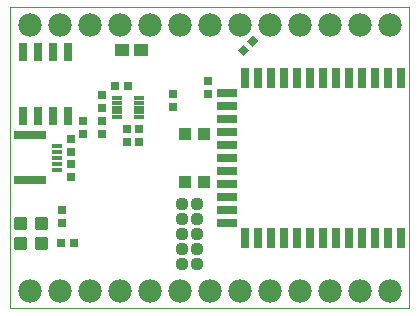
<source format=gts>
G75*
%MOIN*%
%OFA0B0*%
%FSLAX25Y25*%
%IPPOS*%
%LPD*%
%AMOC8*
5,1,8,0,0,1.08239X$1,22.5*
%
%ADD10C,0.00000*%
%ADD11C,0.04400*%
%ADD12C,0.01561*%
%ADD13R,0.02762X0.02762*%
%ADD14C,0.07800*%
%ADD15R,0.04337X0.03943*%
%ADD16R,0.04534X0.03943*%
%ADD17R,0.03550X0.01581*%
%ADD18R,0.10636X0.02762*%
%ADD19R,0.03156X0.06699*%
%ADD20R,0.06699X0.03156*%
%ADD21R,0.02762X0.02762*%
%ADD22R,0.03746X0.01187*%
%ADD23R,0.02959X0.06404*%
D10*
X0080331Y0048835D02*
X0080331Y0149228D01*
X0213402Y0149228D01*
X0213402Y0048835D01*
X0080331Y0048835D01*
D11*
X0137673Y0063638D03*
X0142673Y0063638D03*
X0142673Y0068638D03*
X0137673Y0068638D03*
X0137673Y0073638D03*
X0142673Y0073638D03*
X0142673Y0078638D03*
X0137673Y0078638D03*
X0137673Y0083638D03*
X0142673Y0083638D03*
D12*
X0089218Y0078603D02*
X0089218Y0075827D01*
X0089218Y0078603D02*
X0091994Y0078603D01*
X0091994Y0075827D01*
X0089218Y0075827D01*
X0089218Y0077310D02*
X0091994Y0077310D01*
X0089184Y0072073D02*
X0089184Y0069297D01*
X0089184Y0072073D02*
X0091960Y0072073D01*
X0091960Y0069297D01*
X0089184Y0069297D01*
X0089184Y0070780D02*
X0091960Y0070780D01*
X0082278Y0072073D02*
X0082278Y0069297D01*
X0082278Y0072073D02*
X0085054Y0072073D01*
X0085054Y0069297D01*
X0082278Y0069297D01*
X0082278Y0070780D02*
X0085054Y0070780D01*
X0082312Y0075827D02*
X0082312Y0078603D01*
X0085088Y0078603D01*
X0085088Y0075827D01*
X0082312Y0075827D01*
X0082312Y0077310D02*
X0085088Y0077310D01*
D13*
X0097654Y0077181D03*
X0097654Y0081512D03*
X0097260Y0070685D03*
X0101591Y0070685D03*
X0100803Y0092732D03*
X0100803Y0097063D03*
X0100803Y0101000D03*
X0100803Y0105331D03*
X0104740Y0106906D03*
X0104740Y0111236D03*
X0111039Y0111236D03*
X0111039Y0106906D03*
X0119307Y0108677D03*
X0123244Y0108677D03*
X0123244Y0104346D03*
X0119307Y0104346D03*
X0111039Y0115764D03*
X0111039Y0120094D03*
X0115173Y0122850D03*
X0119504Y0122850D03*
X0134661Y0120291D03*
X0134661Y0115961D03*
X0146472Y0120488D03*
X0146472Y0124819D03*
D14*
X0146866Y0143323D03*
X0136866Y0143323D03*
X0126866Y0143323D03*
X0116866Y0143323D03*
X0106866Y0143323D03*
X0096866Y0143323D03*
X0086866Y0143323D03*
X0156866Y0143323D03*
X0166866Y0143323D03*
X0176866Y0143323D03*
X0186866Y0143323D03*
X0196866Y0143323D03*
X0206866Y0143323D03*
X0206866Y0054740D03*
X0196866Y0054740D03*
X0186866Y0054740D03*
X0176866Y0054740D03*
X0166866Y0054740D03*
X0156866Y0054740D03*
X0146866Y0054740D03*
X0136866Y0054740D03*
X0126866Y0054740D03*
X0116866Y0054740D03*
X0106866Y0054740D03*
X0096866Y0054740D03*
X0086866Y0054740D03*
D15*
X0138598Y0090961D03*
X0144898Y0090961D03*
X0144898Y0107102D03*
X0138598Y0107102D03*
D16*
X0124031Y0135055D03*
X0117732Y0135055D03*
D17*
X0096079Y0102969D03*
X0096079Y0101000D03*
X0096079Y0099031D03*
X0096079Y0097063D03*
X0096079Y0095094D03*
D18*
X0087024Y0091551D03*
X0087024Y0106512D03*
D19*
X0158677Y0125606D03*
X0163008Y0125606D03*
X0167339Y0125606D03*
X0171669Y0125606D03*
X0176000Y0125606D03*
X0180331Y0125606D03*
X0184661Y0125606D03*
X0188992Y0125606D03*
X0193323Y0125606D03*
X0197654Y0125606D03*
X0201984Y0125606D03*
X0206315Y0125606D03*
X0210646Y0125606D03*
X0210646Y0072457D03*
X0206315Y0072457D03*
X0201984Y0072457D03*
X0197654Y0072457D03*
X0193323Y0072457D03*
X0188992Y0072457D03*
X0184661Y0072457D03*
X0180331Y0072457D03*
X0176000Y0072457D03*
X0171669Y0072457D03*
X0167339Y0072457D03*
X0163008Y0072457D03*
X0158677Y0072457D03*
D20*
X0152772Y0077378D03*
X0152772Y0081709D03*
X0152772Y0086039D03*
X0152772Y0090370D03*
X0152772Y0094701D03*
X0152772Y0099031D03*
X0152772Y0103362D03*
X0152772Y0107693D03*
X0152772Y0112024D03*
X0152772Y0116354D03*
X0152772Y0120685D03*
D21*
G36*
X0156177Y0134834D02*
X0158130Y0136787D01*
X0160083Y0134834D01*
X0158130Y0132881D01*
X0156177Y0134834D01*
G37*
G36*
X0159240Y0137897D02*
X0161193Y0139850D01*
X0163146Y0137897D01*
X0161193Y0135944D01*
X0159240Y0137897D01*
G37*
D22*
X0123441Y0118913D03*
X0123441Y0117339D03*
X0123441Y0115764D03*
X0123441Y0114189D03*
X0123441Y0112614D03*
X0115961Y0112614D03*
X0115961Y0114189D03*
X0115961Y0115764D03*
X0115961Y0117339D03*
X0115961Y0118913D03*
D23*
X0099642Y0112961D03*
X0094642Y0112961D03*
X0089642Y0112961D03*
X0084642Y0112961D03*
X0084642Y0134315D03*
X0089642Y0134315D03*
X0094642Y0134315D03*
X0099642Y0134315D03*
M02*

</source>
